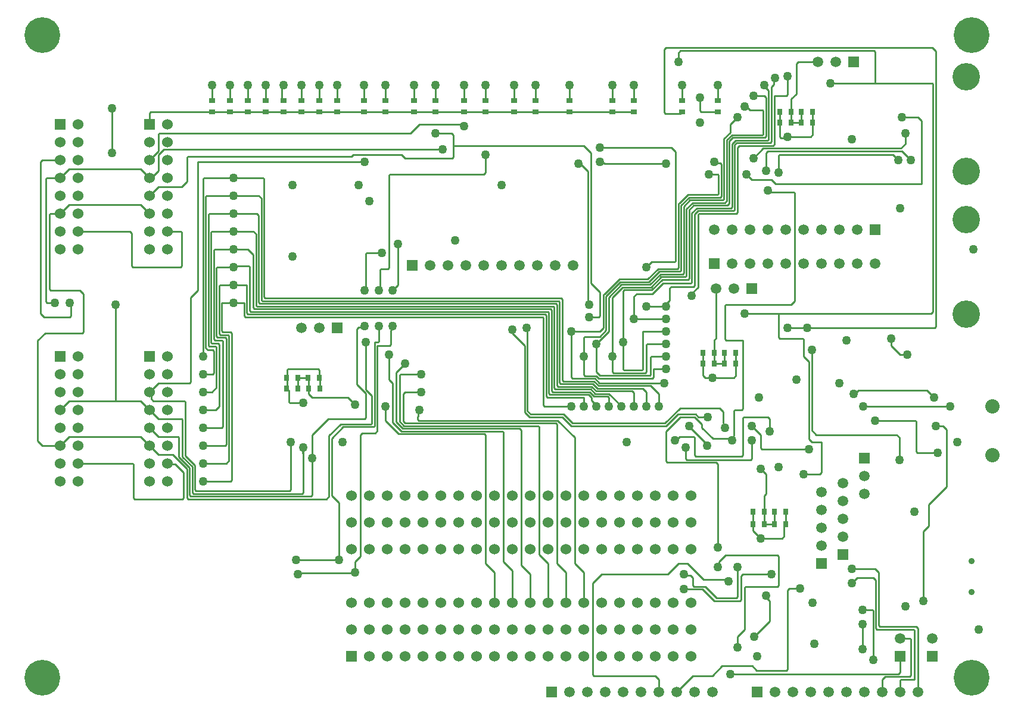
<source format=gbl>
G04*
G04 #@! TF.GenerationSoftware,Altium Limited,Altium Designer,22.3.1 (43)*
G04*
G04 Layer_Physical_Order=4*
G04 Layer_Color=16711680*
%FSLAX25Y25*%
%MOIN*%
G70*
G04*
G04 #@! TF.SameCoordinates,CC72978B-6F05-4AE3-AFEB-50B74E8C7AD0*
G04*
G04*
G04 #@! TF.FilePolarity,Positive*
G04*
G01*
G75*
%ADD13C,0.01000*%
%ADD26R,0.03150X0.03740*%
%ADD27R,0.03740X0.03150*%
%ADD61C,0.05906*%
%ADD62R,0.05906X0.05906*%
%ADD63C,0.06000*%
%ADD64R,0.06000X0.06000*%
%ADD65C,0.15354*%
%ADD66C,0.08000*%
%ADD67C,0.05906*%
%ADD68R,0.05906X0.05906*%
%ADD69R,0.05906X0.05906*%
%ADD70R,0.06000X0.06000*%
%ADD71C,0.03543*%
%ADD72R,0.05906X0.05906*%
%ADD73C,0.20000*%
%ADD74C,0.05000*%
D13*
X358000Y250000D02*
X361000Y253000D01*
X374500Y253586D02*
Y314500D01*
X361000Y253000D02*
X373914D01*
X374500Y253586D01*
X216000Y163000D02*
X221000Y158000D01*
X222464Y161000D02*
X297414D01*
X277414Y158000D02*
X278000Y157414D01*
X212000Y164000D02*
X219500Y156500D01*
X297414Y161000D02*
X298000Y160414D01*
X220000Y163464D02*
X222464Y161000D01*
X298000Y89000D02*
Y160414D01*
X223086Y162500D02*
X307379D01*
X268000Y84000D02*
Y155914D01*
X221843Y159500D02*
X286914D01*
X230586Y164000D02*
X308500D01*
X219500Y156500D02*
X267414D01*
X230000Y164586D02*
X230586Y164000D01*
X308500D02*
X318000Y154500D01*
X286914Y159500D02*
X288000Y158414D01*
X230000Y164586D02*
Y166086D01*
X221000Y158000D02*
X277414D01*
X307379Y162500D02*
X308000Y161879D01*
X222000Y163586D02*
X223086Y162500D01*
X218000Y163343D02*
X221843Y159500D01*
X267414Y156500D02*
X268000Y155914D01*
X278000Y85000D02*
Y157414D01*
X182000Y154000D02*
X188379Y160379D01*
X205414D01*
X388586Y336850D02*
X398000D01*
X388000Y337436D02*
X388586Y336850D01*
X388000Y337436D02*
Y345000D01*
X59000Y314000D02*
Y339000D01*
X35000Y305000D02*
X75000D01*
Y285000D02*
X80000Y280000D01*
X30000Y300000D02*
X35000Y305000D01*
Y285000D02*
X75000D01*
X30000Y280000D02*
X35000Y285000D01*
X75000Y305000D02*
X80000Y300000D01*
X81000D01*
X417000Y299000D02*
X428000D01*
X430414Y296586D02*
X512000D01*
X428000Y299000D02*
X430414Y296586D01*
X414000Y302000D02*
X417000Y299000D01*
X441000Y231000D02*
Y291414D01*
X440414Y292000D02*
X441000Y291414D01*
X426000Y292000D02*
X440414D01*
X402586Y229000D02*
X439000D01*
X402000Y228414D02*
X402586Y229000D01*
X402000Y209586D02*
Y228414D01*
X412000Y170586D02*
Y209000D01*
X402586D02*
X412000D01*
X402000Y209586D02*
X402586Y209000D01*
X407586Y170000D02*
X411414D01*
X407000Y155586D02*
Y169414D01*
X411414Y170000D02*
X412000Y170586D01*
X407000Y169414D02*
X407586Y170000D01*
X406000Y153000D02*
X406765Y153765D01*
Y155351D02*
X407000Y155586D01*
X406765Y153765D02*
Y155351D01*
X395235Y153765D02*
X405235D01*
X389000Y160000D02*
Y162000D01*
Y160000D02*
X395235Y153765D01*
X382000Y160500D02*
X392000Y150500D01*
X405235Y153765D02*
X406000Y153000D01*
X392000Y150000D02*
Y150500D01*
X439000Y229000D02*
X441000Y231000D01*
X88121Y316000D02*
X244000D01*
X327000Y241000D02*
Y314000D01*
X250000Y318000D02*
X323000D01*
X327000Y314000D01*
X250000Y318000D02*
Y324000D01*
Y311586D02*
Y318000D01*
X231000Y330000D02*
X256000D01*
Y329000D02*
Y330000D01*
X226000Y325000D02*
X231000Y330000D01*
X85000Y315000D02*
Y324414D01*
X85586Y325000D01*
X226000D01*
X80000Y310000D02*
X85000Y315000D01*
Y304000D02*
Y312879D01*
X88121Y316000D01*
X81000Y300000D02*
X85000Y304000D01*
X206000Y160965D02*
Y208000D01*
X207914D02*
X208500Y208586D01*
Y217000D01*
X206000Y208000D02*
X207914D01*
X133000Y222586D02*
X133586Y222000D01*
X300500Y172500D02*
Y221414D01*
X133586Y222000D02*
X299914D01*
X300500Y221414D01*
X133000Y222586D02*
Y230000D01*
X209586Y249000D02*
X213414D01*
X214000Y249586D01*
X214586Y302000D02*
X267000D01*
X214000Y301414D02*
X214586Y302000D01*
X214000Y249586D02*
Y301414D01*
X209000Y248414D02*
X209586Y249000D01*
X209000Y236862D02*
Y248414D01*
X215000Y217008D02*
X215235Y216773D01*
X215000Y214414D02*
X215235Y214649D01*
X215000Y206586D02*
Y214414D01*
X207500Y206000D02*
X214414D01*
X215235Y214649D02*
Y216773D01*
X214414Y206000D02*
X215000Y206586D01*
X219000Y240000D02*
Y263000D01*
X216000Y237000D02*
X219000Y240000D01*
X196000Y215136D02*
X197099Y216235D01*
X199735D01*
X200500Y217000D01*
X196000Y184172D02*
Y215136D01*
X200500Y237000D02*
X201000Y237500D01*
Y257414D01*
X267000Y302000D02*
X268000Y303000D01*
Y313000D01*
X207500Y158086D02*
Y206000D01*
X220000Y163464D02*
Y189414D01*
X222000Y163586D02*
Y179000D01*
X223000Y180000D01*
X232000D01*
X206414Y157000D02*
X207500Y158086D01*
X216000Y163000D02*
Y184826D01*
X218000Y163343D02*
Y191000D01*
X223000Y196000D01*
X214000Y186826D02*
Y201000D01*
X220586Y190000D02*
X232000D01*
X220000Y189414D02*
X220586Y190000D01*
X214000Y186826D02*
X216000Y184826D01*
X212000Y164000D02*
Y172000D01*
X230000Y166086D02*
X230235Y166320D01*
Y169235D02*
X231000Y170000D01*
X230235Y166320D02*
Y169235D01*
X203914Y162000D02*
X204500Y162586D01*
X201000Y181293D02*
X204500Y177793D01*
Y162586D02*
Y177793D01*
X205414Y160379D02*
X206000Y160965D01*
X187000Y162000D02*
X203914D01*
X180500Y155500D02*
X187000Y162000D01*
X199000Y157000D02*
X206414D01*
X182000Y122000D02*
Y154000D01*
X180500Y121500D02*
Y155500D01*
X186000Y86000D02*
Y118000D01*
X179000Y120000D02*
X180500Y121500D01*
X182000Y122000D02*
X186000Y118000D01*
X200414Y165000D02*
X201000Y165586D01*
X171000Y156000D02*
X180000Y165000D01*
X201000Y165586D02*
Y179172D01*
X180000Y165000D02*
X200414D01*
X198000Y156000D02*
X199000Y157000D01*
X195000Y85000D02*
X198000Y88000D01*
Y156000D01*
X240000Y325000D02*
X249000D01*
X249414Y311000D02*
X250000Y311586D01*
X223000Y311000D02*
X249414D01*
X249000Y325000D02*
X250000Y324000D01*
X221000Y313000D02*
X223000Y311000D01*
X194000Y313000D02*
X221000D01*
X193000Y312000D02*
X194000Y313000D01*
X101586Y312000D02*
X193000D01*
X101000Y298000D02*
Y311414D01*
X101586Y312000D01*
X107000Y237000D02*
Y308765D01*
X103000Y233000D02*
X107000Y237000D01*
X103000Y185586D02*
Y233000D01*
X107000Y308765D02*
X200235D01*
X98000Y295000D02*
X101000Y298000D01*
X102414Y185000D02*
X103000Y185586D01*
X85000Y295000D02*
X98000D01*
X80000Y290000D02*
X85000Y295000D01*
X327000Y241000D02*
X332000Y236000D01*
X326000Y222000D02*
X331414D01*
X332000Y222586D01*
Y236000D01*
X320000Y308000D02*
X321000D01*
X325500Y303500D01*
Y229500D02*
Y303500D01*
X291000Y216000D02*
X291500Y215500D01*
Y169207D02*
Y215500D01*
X290000Y168586D02*
Y206000D01*
X283000Y213000D02*
X290000Y206000D01*
X283000Y213000D02*
Y215000D01*
X291500Y169207D02*
X293207Y167500D01*
X311621D01*
X311000Y166000D02*
X316000Y161000D01*
X292586Y166000D02*
X311000D01*
X316000Y161000D02*
X369121D01*
X311621Y167500D02*
X316621Y162500D01*
X368500D01*
X290000Y168586D02*
X292586Y166000D01*
X369121Y161000D02*
X375621Y167500D01*
X369000Y158000D02*
X377000Y166000D01*
X385000D01*
X318000Y84000D02*
Y154500D01*
X308000Y84000D02*
Y161879D01*
Y84000D02*
X313000Y79000D01*
X387121Y166000D02*
X392343D01*
X385621Y167500D02*
X387121Y166000D01*
X377000Y171000D02*
X399000D01*
X368500Y162500D02*
X377000Y171000D01*
X375621Y167500D02*
X385621D01*
X401235Y160765D02*
Y162351D01*
X401000Y162586D02*
X401235Y162351D01*
X401000Y162586D02*
Y169000D01*
X399000Y171000D02*
X401000Y169000D01*
X401235Y160765D02*
X402000Y160000D01*
X385000Y166000D02*
X389000Y162000D01*
X382000Y160500D02*
Y161000D01*
X369000Y141086D02*
Y158000D01*
X318000Y84000D02*
X323000Y79000D01*
X380000Y142586D02*
Y149000D01*
Y142586D02*
X380586Y142000D01*
X384414Y155000D02*
X385000Y154414D01*
X411414Y144000D02*
X412000Y144586D01*
X417000Y142586D02*
Y153000D01*
X385586Y144000D02*
X411414D01*
X412000Y144586D02*
Y165414D01*
X416414Y142000D02*
X417000Y142586D01*
X397000Y140500D02*
X398000Y139500D01*
X380586Y142000D02*
X416414D01*
X385000Y144586D02*
X385586Y144000D01*
X369586Y140500D02*
X397000D01*
X369000Y141086D02*
X369586Y140500D01*
X398000Y93000D02*
Y139500D01*
X385000Y144586D02*
Y154414D01*
X325500Y229500D02*
X326000Y229000D01*
X332765Y308235D02*
X334351D01*
X334586Y308000D02*
X369000D01*
X334351Y308235D02*
X334586Y308000D01*
X332000Y309000D02*
X332765Y308235D01*
X332000Y317000D02*
X372000D01*
X374500Y314500D01*
X486000Y353000D02*
X517914D01*
X461000D02*
X486000D01*
X376000Y365000D02*
Y370000D01*
X485414Y371086D02*
X486000Y370500D01*
X377086Y371086D02*
X485414D01*
X376000Y370000D02*
X377086Y371086D01*
X486000Y353000D02*
Y370500D01*
X517914Y353000D02*
X518500Y352414D01*
Y225000D02*
Y352414D01*
X512000Y296586D02*
Y332000D01*
X501000Y334000D02*
X510000D01*
X512000Y332000D01*
X501000Y315000D02*
X506000Y310000D01*
X517500Y224000D02*
X518500Y225000D01*
X431414Y224000D02*
X517500D01*
X368000Y336586D02*
Y372000D01*
X369000Y373000D02*
X518000D01*
X368000Y372000D02*
X369000Y373000D01*
X520000Y216586D02*
Y371000D01*
X518000Y373000D02*
X520000Y371000D01*
X448000Y216000D02*
X519414D01*
X520000Y216586D01*
X377150Y336000D02*
X378000Y336850D01*
X368586Y336000D02*
X377150D01*
X368000Y336586D02*
X368586Y336000D01*
X432850Y322820D02*
Y337000D01*
Y322820D02*
X433436Y322235D01*
X436235D01*
X201586Y258000D02*
X211000D01*
X201000Y257414D02*
X201586Y258000D01*
X218414Y262414D02*
X219000Y263000D01*
X195000Y79000D02*
Y85000D01*
X201000Y181293D02*
Y208000D01*
X196000Y184172D02*
X201000Y179172D01*
X169000Y179000D02*
X171000Y177000D01*
X191000D02*
X195000Y173000D01*
X171000Y177000D02*
X191000D01*
X169000Y179000D02*
Y187850D01*
X171000Y143000D02*
Y156000D01*
X80000Y180000D02*
X85000Y185000D01*
X102414D01*
X323000Y189586D02*
Y200000D01*
X398000Y343150D02*
Y352000D01*
X378000Y343150D02*
Y352000D01*
X351000Y343150D02*
Y352000D01*
X339000Y343150D02*
Y352000D01*
X315000Y343150D02*
Y352000D01*
X296000Y343150D02*
Y352000D01*
X284000Y343150D02*
Y352000D01*
X268000Y343150D02*
Y352000D01*
X256000Y343150D02*
Y352000D01*
X240000Y343150D02*
Y352000D01*
X228000Y343150D02*
Y352000D01*
X212000Y343150D02*
Y352000D01*
X200000Y343150D02*
Y352000D01*
X442000Y347000D02*
Y364000D01*
X439150Y337000D02*
Y344150D01*
X442000Y347000D01*
X439000Y331150D02*
Y337000D01*
X442000Y364000D02*
X443000Y365000D01*
X454000D01*
X437000Y346586D02*
Y357000D01*
X429235Y355235D02*
X430000Y356000D01*
X429235Y352235D02*
Y355235D01*
X339000Y336850D02*
X351000D01*
X315000D02*
X339000D01*
X296000D02*
X315000D01*
X284000D02*
X296000D01*
X268000D02*
X284000D01*
X256000D02*
X268000D01*
X240000D02*
X256000D01*
X228000D02*
X240000D01*
X212000D02*
X228000D01*
X200000D02*
X212000D01*
X185000D02*
X200000D01*
X61000Y175000D02*
X75000D01*
X61000D02*
Y229000D01*
X35000Y175000D02*
X61000D01*
X20000Y150000D02*
X30000D01*
X17500Y152500D02*
X20000Y150000D01*
X17500Y152500D02*
Y208914D01*
X21586Y213000D01*
X42414D01*
X165672Y148672D02*
X166000Y149000D01*
X165672Y145672D02*
Y148672D01*
X42414Y213000D02*
X43000Y213586D01*
Y235000D01*
X24000Y237586D02*
X24586Y237000D01*
X41000D02*
X43000Y235000D01*
X24000Y237586D02*
Y279414D01*
X24586Y237000D02*
X41000D01*
X24000Y279414D02*
X24586Y280000D01*
X30000D01*
X22000Y230586D02*
Y299414D01*
X22586Y230000D02*
X27000D01*
X22000Y230586D02*
X22586Y230000D01*
X20000Y310000D02*
X30000D01*
X19000Y309000D02*
X20000Y310000D01*
X19000Y224000D02*
Y309000D01*
X22000Y299414D02*
X22586Y300000D01*
X30000D01*
X21000Y222000D02*
X35414D01*
X19000Y224000D02*
X21000Y222000D01*
X36000Y222586D02*
Y229500D01*
X35414Y222000D02*
X36000Y222586D01*
X35500Y230000D02*
X36000Y229500D01*
X175000Y336850D02*
X185000D01*
X165000D02*
X175000D01*
X155000D02*
X165000D01*
X145000D02*
X155000D01*
X135000D02*
X145000D01*
X125000D02*
X135000D01*
X115000D02*
X125000D01*
X80586D02*
X115000D01*
X80000Y330000D02*
Y336265D01*
X80586Y336850D01*
X141086Y230086D02*
X141672Y229500D01*
X308914Y231000D02*
X309500Y230414D01*
X141672Y229500D02*
X307414D01*
X139586Y228586D02*
X140172Y228000D01*
X144672Y232500D02*
X310414D01*
X304414Y226500D02*
X305000Y225914D01*
X310414Y232500D02*
X311000Y231914D01*
X138000Y227086D02*
X138586Y226500D01*
X306500Y182086D02*
Y227414D01*
X309500Y185086D02*
Y230414D01*
X302914Y225000D02*
X303500Y224414D01*
X142586Y231586D02*
X143172Y231000D01*
X307414Y229500D02*
X308000Y228914D01*
X136586Y225000D02*
X302914D01*
X143172Y231000D02*
X308914D01*
X140172Y228000D02*
X305914D01*
X144086Y233086D02*
Y299414D01*
X142586Y231586D02*
Y288414D01*
X301414Y223500D02*
X302000Y222914D01*
X311000Y186586D02*
Y231914D01*
X135086Y223500D02*
X301414D01*
X308000Y183586D02*
Y228914D01*
X302000Y177586D02*
Y222914D01*
X144086Y233086D02*
X144672Y232500D01*
X134500Y224086D02*
X135086Y223500D01*
X136000Y225586D02*
X136586Y225000D01*
X303500Y179086D02*
Y224414D01*
X305000Y180586D02*
Y225914D01*
X138586Y226500D02*
X304414D01*
X305914Y228000D02*
X306500Y227414D01*
X120500Y230000D02*
X127000D01*
X185000Y343150D02*
Y351000D01*
X175000Y343150D02*
Y352000D01*
X165000Y343150D02*
Y352000D01*
X154000Y344150D02*
X155000Y343150D01*
X154000Y344150D02*
Y352000D01*
X145000Y343150D02*
Y352000D01*
X135000Y343150D02*
Y352000D01*
X125000Y343150D02*
Y352000D01*
X115000Y343150D02*
Y352000D01*
X113250Y205543D02*
X116914D01*
X117500Y204957D01*
Y182500D02*
Y204957D01*
X113103Y205689D02*
X113250Y205543D01*
X113103Y205689D02*
Y206025D01*
X113000Y206129D02*
X113103Y206025D01*
X110586Y300000D02*
X127000D01*
X110000Y299414D02*
X110586Y300000D01*
X110000Y200000D02*
Y299414D01*
X111500Y289414D02*
X112086Y290000D01*
X127000D01*
X111500Y204586D02*
Y289414D01*
X113000Y279414D02*
X113586Y280000D01*
X127000D01*
X113000Y206129D02*
Y279414D01*
X114500Y269414D02*
X115086Y270000D01*
X127000D01*
X114500Y207672D02*
Y269414D01*
X116586Y260000D02*
X127000D01*
X116000Y209586D02*
X116586Y209000D01*
X116000Y259414D02*
X116586Y260000D01*
X117500Y249414D02*
X118086Y250000D01*
X116000Y209586D02*
Y259414D01*
X117500Y211086D02*
Y249414D01*
X118086Y250000D02*
X127000D01*
X117500Y211086D02*
X118086Y210500D01*
X122414D01*
X119586Y240000D02*
X127000D01*
X119000Y239414D02*
X119586Y240000D01*
X119000Y212586D02*
X119586Y212000D01*
X119000Y212586D02*
Y239414D01*
X115414Y203500D02*
X116000Y202914D01*
X112586Y203500D02*
X115414D01*
X111500Y204586D02*
X112586Y203500D01*
X115086Y207086D02*
X118414D01*
X114500Y207672D02*
X115086Y207086D01*
X118414D02*
X119000Y206500D01*
X127000Y300000D02*
X143500D01*
X144086Y299414D01*
X140000Y280000D02*
X141086Y278914D01*
Y230086D02*
Y278914D01*
X127000Y280000D02*
X140000D01*
X127000Y290000D02*
X141000D01*
X142586Y288414D01*
X139586Y228586D02*
Y268414D01*
X138000Y270000D02*
X139586Y268414D01*
X127000Y270000D02*
X138000D01*
X127657Y250657D02*
X135414D01*
X136000Y225586D02*
Y250071D01*
X135414Y250657D02*
X136000Y250071D01*
X135015Y260000D02*
X138000Y257015D01*
Y227086D02*
Y257015D01*
X127000Y250000D02*
X127657Y250657D01*
X127000Y240000D02*
X134500D01*
X127000Y230000D02*
X133000D01*
X134500Y224086D02*
Y240000D01*
X127000Y260000D02*
X135015D01*
X120500Y214086D02*
Y230000D01*
X332000Y214000D02*
X334000Y216000D01*
X316000Y214000D02*
X332000D01*
X334000Y216000D02*
Y234414D01*
X334586Y235000D01*
X334757D01*
X342939Y243182D02*
X358818D01*
X334757Y235000D02*
X342939Y243182D01*
X358818D02*
X364636Y249000D01*
X376000Y249586D02*
Y285414D01*
X375414Y249000D02*
X376000Y249586D01*
X364636Y249000D02*
X375414D01*
X376000Y285414D02*
X376586Y286000D01*
X376757D01*
X381257Y290500D01*
X397914D02*
X398500Y291086D01*
Y301414D01*
X381257Y290500D02*
X397914D01*
X379000Y284000D02*
X382500Y287500D01*
X377500Y284621D02*
X381879Y289000D01*
X399414D01*
X382500Y287500D02*
X400914D01*
X393000Y302000D02*
X397914D01*
X398500Y301414D01*
X335500Y214621D02*
Y233621D01*
X337000Y214000D02*
Y233000D01*
X330000Y207000D02*
X337000Y214000D01*
X323586Y211000D02*
X331879D01*
X335500Y214621D01*
X323000Y210414D02*
X323586Y211000D01*
X323000Y200000D02*
Y210414D01*
X337000Y233000D02*
X344061Y240061D01*
X343439Y241561D02*
X359318D01*
X335500Y233621D02*
X343439Y241561D01*
X344061Y240061D02*
X359939D01*
X339000Y232879D02*
X344682Y238561D01*
X360561D01*
X339000Y191132D02*
Y232879D01*
X376914Y247500D02*
X377500Y248086D01*
Y284621D01*
X365257Y247500D02*
X376914D01*
X359318Y241561D02*
X365257Y247500D01*
X379000Y246586D02*
Y284000D01*
X382000Y243586D02*
Y282000D01*
X380500Y282621D02*
X383879Y286000D01*
X382000Y282000D02*
X384500Y284500D01*
X380500Y245086D02*
Y282621D01*
X384500Y284500D02*
X403414D01*
X383879Y286000D02*
X401914D01*
X400000Y289586D02*
Y307649D01*
X399414Y289000D02*
X400000Y289586D01*
X399414Y308235D02*
X400000Y307649D01*
X396765Y308235D02*
X399414D01*
X396000Y309000D02*
X396765Y308235D01*
X414082Y340000D02*
X416082Y338000D01*
X413000Y340000D02*
X414082D01*
X416082Y338000D02*
X422914D01*
X423500Y337414D01*
X404879Y329879D02*
X409000Y334000D01*
X404879Y325121D02*
Y329879D01*
X400914Y287500D02*
X401500Y288086D01*
Y321743D01*
X404879Y325121D01*
X406914Y281500D02*
X407500Y282086D01*
X410000Y318000D02*
X429000D01*
X403000Y321121D02*
X405879Y324000D01*
X404500Y320500D02*
X406500Y322500D01*
X406000Y319000D02*
X408000Y321000D01*
X407500Y318379D02*
X408621Y319500D01*
X403000Y287086D02*
Y321121D01*
X404500Y285586D02*
Y320500D01*
X409000Y280586D02*
Y317000D01*
X407500Y282086D02*
Y318379D01*
X406500Y322500D02*
X424414D01*
X406000Y283586D02*
Y319000D01*
X409000Y317000D02*
X410000Y318000D01*
X405414Y283000D02*
X406000Y283586D01*
X405879Y324000D02*
X422914D01*
X408000Y321000D02*
X425914D01*
X408621Y319500D02*
X427414D01*
X408414Y280000D02*
X409000Y280586D01*
X378414Y246000D02*
X379000Y246586D01*
X365879Y246000D02*
X378414D01*
X359939Y240061D02*
X365879Y246000D01*
X345000Y208000D02*
Y236475D01*
Y192632D02*
Y208000D01*
Y236475D02*
X345586Y237061D01*
X361182D01*
X367121Y243000D01*
X352586Y235000D02*
X361243D01*
X360561Y238561D02*
X366500Y244500D01*
X379914D02*
X380500Y245086D01*
X366500Y244500D02*
X379914D01*
X367243Y241000D02*
X382914D01*
X367121Y243000D02*
X381414D01*
X361243Y235000D02*
X367243Y241000D01*
X381414Y243000D02*
X382000Y243586D01*
X403414Y284500D02*
X404500Y285586D01*
X401914Y286000D02*
X403000Y287086D01*
X422914Y324000D02*
X423500Y324586D01*
Y337414D01*
X418000Y346000D02*
X424000D01*
X425000Y345000D01*
Y323086D02*
Y345000D01*
X424414Y322500D02*
X425000Y323086D01*
X383500Y280157D02*
X386343Y283000D01*
X387000Y238539D02*
Y279414D01*
X387586Y280000D01*
X386965Y281500D02*
X406914D01*
X386343Y283000D02*
X405414D01*
X387586Y280000D02*
X408414D01*
X385000Y279536D02*
X386965Y281500D01*
X351000Y221000D02*
Y233414D01*
X352586Y235000D01*
X382914Y241000D02*
X383500Y241586D01*
Y280157D01*
X372000Y239000D02*
X384414D01*
X385000Y239586D01*
Y279536D01*
X383500Y235039D02*
X387000Y238539D01*
X425914Y321000D02*
X426500Y321586D01*
Y348843D01*
X424000Y351343D02*
Y352000D01*
Y351343D02*
X426500Y348843D01*
X428000Y320086D02*
Y351000D01*
X371180Y231262D02*
Y238180D01*
X369000Y228000D02*
Y229082D01*
X371180Y231262D01*
Y238180D02*
X372000Y239000D01*
X427414Y319500D02*
X428000Y320086D01*
X429768Y318768D02*
Y346000D01*
X436414D01*
X428000Y351000D02*
X429235Y352235D01*
X383500Y234000D02*
Y235039D01*
X429000Y318000D02*
X429768Y318768D01*
X436414Y346000D02*
X437000Y346586D01*
X418000Y311000D02*
X423500Y316500D01*
X500500D01*
X496000Y313000D02*
X499000Y310000D01*
X432000Y312414D02*
X432586Y313000D01*
X426000Y315000D02*
X501000D01*
X432000Y303000D02*
Y312414D01*
X500500Y316500D02*
X503000Y319000D01*
X425000Y314000D02*
X426000Y315000D01*
X432586Y313000D02*
X496000D01*
X425000Y304000D02*
Y314000D01*
X503000Y319000D02*
Y325000D01*
X451150Y324150D02*
Y337000D01*
X450000Y323000D02*
X451150Y324150D01*
X437000Y323000D02*
X450000D01*
X444850Y331000D02*
Y337000D01*
X439150Y331000D02*
X444850D01*
X439000Y331150D02*
X439150Y331000D01*
X436235Y322235D02*
X437000Y323000D01*
X432000Y71586D02*
Y87828D01*
X409000Y43000D02*
X413000Y47000D01*
Y70414D02*
X413586Y71000D01*
X431414D02*
X432000Y71586D01*
X413000Y47000D02*
Y70414D01*
X413586Y71000D02*
X431414D01*
X402414Y88414D02*
X431414D01*
X432000Y87828D01*
X425000Y64918D02*
Y66000D01*
X418500Y43000D02*
X427000Y51500D01*
Y62918D01*
X425000Y64918D02*
X427000Y62918D01*
X411000Y63586D02*
Y77000D01*
X412000Y78000D01*
X428000D01*
X396000Y63000D02*
X410414D01*
X411000Y63586D01*
X401649Y74765D02*
X403235D01*
X390000Y75000D02*
X401414D01*
X381000Y84000D02*
X390000Y75000D01*
X403235Y74765D02*
X404000Y74000D01*
X401414Y75000D02*
X401649Y74765D01*
X398765Y82765D02*
Y84765D01*
X402414Y88414D01*
X398000Y82000D02*
X398765Y82765D01*
X409000Y65086D02*
Y82000D01*
X408414Y64500D02*
X409000Y65086D01*
X397500Y64500D02*
X408414D01*
X391000Y71000D02*
X397500Y64500D01*
X384000Y71586D02*
X384586Y71000D01*
X384000Y71586D02*
Y76000D01*
X384586Y71000D02*
X391000D01*
X389500Y69500D02*
X396000Y63000D01*
X379000Y69500D02*
X389500D01*
X379765Y77235D02*
X382765D01*
X379000Y78000D02*
X379765Y77235D01*
X382765D02*
X384000Y76000D01*
X456000Y135000D02*
Y152000D01*
X455000Y134000D02*
X456000Y135000D01*
X446000Y134000D02*
X455000D01*
X450586Y152000D02*
X456000D01*
X425000Y122850D02*
Y134000D01*
X422000Y137000D02*
X425000Y134000D01*
X424150Y122000D02*
X425000Y122850D01*
X370000Y78000D02*
X376000Y84000D01*
X381000D01*
X365061Y16061D02*
Y18939D01*
X363000Y21000D02*
X365061Y18939D01*
X365000Y12000D02*
Y16000D01*
X365061Y16061D01*
X328000Y21586D02*
X328586Y21000D01*
X328000Y21586D02*
Y73000D01*
X328586Y21000D02*
X363000D01*
X328000Y73000D02*
X333000Y78000D01*
X370000D01*
X473000Y81000D02*
X486000D01*
X473000Y73000D02*
X476000Y76000D01*
X376586Y155000D02*
X384414D01*
X374586Y153000D02*
X376586Y155000D01*
X374000Y153000D02*
X374586D01*
X395000Y21000D02*
X400500Y26500D01*
X417207D01*
X419707Y24000D01*
X412000Y165414D02*
X412586Y166000D01*
X426000D01*
X427000Y165000D01*
Y158000D02*
Y165000D01*
X417000Y161000D02*
X422000Y156000D01*
Y148586D02*
Y156000D01*
Y148586D02*
X422586Y148000D01*
X449000D01*
X446000Y200000D02*
X449086Y196914D01*
X446000Y200000D02*
Y209414D01*
X445414Y210000D02*
X446000Y209414D01*
X450586Y158414D02*
X453000Y156000D01*
X449086Y153500D02*
Y196914D01*
Y153500D02*
X450586Y152000D01*
Y158414D02*
Y203559D01*
X432586Y210000D02*
X445414D01*
X431414Y224000D02*
X432000Y223414D01*
Y210586D02*
Y223414D01*
Y210586D02*
X432586Y210000D01*
X413000Y224000D02*
X431414D01*
X486000Y164000D02*
X508414D01*
X509000Y146586D02*
Y163414D01*
X508414Y164000D02*
X509000Y163414D01*
X498172Y156000D02*
X499586Y154586D01*
X453000Y156000D02*
X498172D01*
X499586Y141808D02*
Y154586D01*
X495000Y206000D02*
Y210000D01*
Y206000D02*
X500000Y201000D01*
X504000D01*
X437000Y216000D02*
X448000D01*
X327485Y183000D02*
X329985Y180500D01*
X330000Y172000D02*
Y172513D01*
X328743Y177500D02*
X336414D01*
X337000Y176914D01*
X327428Y175085D02*
Y176693D01*
X330607Y182000D02*
X356000D01*
X328107Y184500D02*
X330607Y182000D01*
X337000Y172000D02*
Y176914D01*
X344000Y172000D02*
Y172036D01*
X329364Y179000D02*
X337035D01*
X327428Y175085D02*
X330000Y172513D01*
X350136Y180500D02*
X351000Y179636D01*
X326243Y180000D02*
X328743Y177500D01*
X328728Y186000D02*
X331228Y183500D01*
X360379D01*
X331849Y185000D02*
X368000D01*
X337035Y179000D02*
X344000Y172036D01*
X329985Y180500D02*
X350136D01*
X356000Y182000D02*
X358000Y180000D01*
X325621Y178500D02*
X327428Y176693D01*
X329349Y187500D02*
X331849Y185000D01*
X326864Y181500D02*
X329364Y179000D01*
X360379Y183500D02*
X365000Y178879D01*
X396150Y202000D02*
Y209150D01*
Y196000D02*
Y202000D01*
X397000Y210000D02*
Y238000D01*
X396150Y209150D02*
X397000Y210000D01*
X401701Y196000D02*
Y201850D01*
X401850Y202000D01*
X396150Y196000D02*
X401701D01*
X395000Y188000D02*
X407000D01*
X391000D02*
X395000D01*
X389850Y189150D02*
X391000Y188000D01*
X389850Y189150D02*
Y202000D01*
X408150Y189150D02*
Y202000D01*
X407000Y188000D02*
X408150Y189150D01*
X389000Y201150D02*
X389850Y202000D01*
X356000Y214000D02*
X369000D01*
X345000Y192632D02*
X345586Y192046D01*
X355414D01*
X356000Y192632D01*
Y214000D01*
X358586Y207000D02*
X369000D01*
X358000Y206414D02*
X358586Y207000D01*
X358000Y192000D02*
Y206414D01*
X357454Y190546D02*
X358040Y191132D01*
Y191960D01*
X339586Y190546D02*
X357454D01*
X358000Y192000D02*
X358040Y191960D01*
X339000Y191132D02*
X339586Y190546D01*
X331471Y187500D02*
X361414D01*
X359914Y189046D02*
X360500Y189632D01*
X305586Y180000D02*
X326243D01*
X332046Y189046D02*
X359914D01*
X307086Y181500D02*
X326864D01*
X304086Y178500D02*
X325621D01*
X351000Y172000D02*
Y179636D01*
X358000Y172000D02*
Y180000D01*
X329971Y189000D02*
X331471Y187500D01*
X308586Y183000D02*
X327485D01*
X310086Y184500D02*
X328107D01*
X330592Y190500D02*
X332046Y189046D01*
X361414Y187500D02*
X362000Y188086D01*
X361086Y200000D02*
X369000D01*
X360500Y199414D02*
X361086Y200000D01*
X360500Y189632D02*
Y199414D01*
X362000Y188086D02*
Y193000D01*
X369000D01*
X330000Y191086D02*
Y207000D01*
Y191086D02*
X330586Y190500D01*
X330592D01*
X323000Y189586D02*
X323586Y189000D01*
X329971D01*
X316000Y188086D02*
Y214000D01*
Y188086D02*
X316586Y187500D01*
X329349D01*
X311586Y186000D02*
X328728D01*
X311000Y186586D02*
X311586Y186000D01*
X309500Y185086D02*
X310086Y184500D01*
X323000Y172000D02*
Y177000D01*
X302586D02*
X323000D01*
X308000Y183586D02*
X308586Y183000D01*
X306500Y182086D02*
X307086Y181500D01*
X305000Y180586D02*
X305586Y180000D01*
X300414Y172414D02*
X300500Y172500D01*
X300914Y171914D02*
X315914D01*
X300414Y172414D02*
X300914Y171914D01*
X303500Y179086D02*
X304086Y178500D01*
X302000Y177586D02*
X302586Y177000D01*
X315914Y171914D02*
X316000Y172000D01*
X351000Y221000D02*
X369000D01*
X358000Y228000D02*
X369000D01*
X365000Y172000D02*
Y178879D01*
X424150Y113000D02*
Y122000D01*
Y106000D02*
Y113000D01*
X409000Y37000D02*
Y43000D01*
X194500Y78500D02*
X195000Y79000D01*
X163500Y78500D02*
X194500D01*
X163000Y78000D02*
X163500Y78500D01*
X438000Y70000D02*
X444000D01*
X437000Y69000D02*
X438000Y70000D01*
X162000Y86000D02*
X186000D01*
X384000Y21000D02*
X395000D01*
X375000Y12000D02*
X384000Y21000D01*
X419707Y24000D02*
X436414D01*
X437000Y24586D02*
Y69000D01*
X436414Y24000D02*
X437000Y24586D01*
X405000Y22000D02*
X499000D01*
X509586Y146000D02*
X521000D01*
X509000Y146586D02*
X509586Y146000D01*
X507414Y47000D02*
X508000Y46414D01*
X487086Y47000D02*
X507414D01*
X486500Y47586D02*
Y74500D01*
X508914Y48500D02*
X510000Y47414D01*
X486500Y47586D02*
X487086Y47000D01*
X488707Y48500D02*
X508914D01*
X488121Y49086D02*
X488707Y48500D01*
X488121Y49086D02*
Y78879D01*
X508000Y19000D02*
Y46414D01*
X510000Y12000D02*
Y47414D01*
X486000Y81000D02*
X488121Y78879D01*
X476000Y76000D02*
X485000D01*
X516000Y117000D02*
X526000Y127000D01*
Y159000D01*
X520000Y161000D02*
X524000D01*
X526000Y159000D01*
X479414Y172000D02*
X528000D01*
X516000Y105000D02*
Y117000D01*
X513000Y102000D02*
X516000Y105000D01*
X513000Y63000D02*
Y102000D01*
X500586Y19000D02*
X508000D01*
X485000Y76000D02*
X486500Y74500D01*
X485000Y30000D02*
Y57414D01*
X484414Y58000D02*
X485000Y57414D01*
X479000Y58000D02*
X484414D01*
X506000Y21086D02*
Y41414D01*
X505414Y42000D02*
X506000Y41414D01*
X505414Y20500D02*
X506000Y21086D01*
X500000Y42000D02*
X505414D01*
X474000Y179000D02*
X474586D01*
X476586Y181000D02*
X515000D01*
X519000Y177000D01*
X474586Y179000D02*
X476586Y181000D01*
X110000Y130000D02*
X125414D01*
X126000Y130586D02*
Y212914D01*
X125414Y130000D02*
X126000Y130586D01*
X124500Y141500D02*
Y211414D01*
X123000Y140000D02*
X124500Y141500D01*
X125414Y213500D02*
X126000Y212914D01*
X121086Y213500D02*
X125414D01*
X120500Y214086D02*
X121086Y213500D01*
X119586Y212000D02*
X123914D01*
X124500Y211414D01*
X123000Y150586D02*
Y209914D01*
X122414Y150000D02*
X123000Y150586D01*
X122414Y210500D02*
X123000Y209914D01*
X110000Y150000D02*
X122414D01*
X110000Y140000D02*
X123000D01*
X159000Y125086D02*
Y152000D01*
X158414Y124500D02*
X159000Y125086D01*
X106086Y124500D02*
X158414D01*
X105500Y125086D02*
Y138743D01*
Y125086D02*
X106086Y124500D01*
X100000Y144243D02*
X105500Y138743D01*
X102500Y122086D02*
X103086Y121500D01*
X98500Y143621D02*
X104000Y138121D01*
Y123586D02*
Y138121D01*
X92879Y145000D02*
X101000Y136879D01*
X96500Y143500D02*
X102500Y137500D01*
X101000Y120586D02*
Y136879D01*
X102500Y122086D02*
Y137500D01*
X101000Y120586D02*
X101586Y120000D01*
X104000Y123586D02*
X104586Y123000D01*
X100000Y144243D02*
Y174414D01*
X166000Y123586D02*
Y149000D01*
X165414Y123000D02*
X166000Y123586D01*
X104586Y123000D02*
X165414D01*
X98500Y143621D02*
Y164414D01*
X103086Y121500D02*
X170414D01*
X85000Y145000D02*
X92879D01*
X171000Y122086D02*
Y143000D01*
X170414Y121500D02*
X171000Y122086D01*
X101586Y120000D02*
X179000D01*
X116586Y209000D02*
X120414D01*
X121000Y208414D01*
X119000Y172000D02*
Y206500D01*
X121000Y160586D02*
Y208414D01*
X120414Y160000D02*
X121000Y160586D01*
X110000Y160000D02*
X120414D01*
X117000Y170000D02*
X119000Y172000D01*
X110000Y170000D02*
X117000D01*
X110000Y190000D02*
X115414D01*
X116000Y190586D02*
Y202914D01*
X115414Y190000D02*
X116000Y190586D01*
X115000Y180000D02*
X117500Y182500D01*
X110000Y180000D02*
X115000D01*
X98000Y250586D02*
Y269414D01*
X90000Y270000D02*
X97414D01*
X70586Y250000D02*
X97414D01*
X98000Y250586D01*
X97414Y270000D02*
X98000Y269414D01*
X490000Y18914D02*
X491586Y20500D01*
X505414D01*
X500000Y12000D02*
Y18414D01*
X500586Y19000D01*
X490000Y12000D02*
Y18914D01*
X163150Y182000D02*
Y188000D01*
X168850D01*
X169000Y187850D01*
X424150Y106000D02*
X429850D01*
Y112850D01*
X429701Y113000D02*
X429850Y112850D01*
X479000Y36000D02*
Y50000D01*
X499000Y22000D02*
X500000Y23000D01*
Y32000D01*
X422000Y98000D02*
X434000D01*
X435075Y99075D01*
Y104925D02*
X436150Y106000D01*
X435075Y99075D02*
Y104925D01*
X436000Y106150D02*
Y113000D01*
Y106150D02*
X436150Y106000D01*
X417850D02*
Y113000D01*
Y102150D02*
Y106000D01*
Y102150D02*
X422000Y98000D01*
X99000Y120586D02*
Y135000D01*
X90000Y140000D02*
X90500Y139500D01*
X94500D01*
X99000Y135000D01*
X96500Y143500D02*
Y154414D01*
X80000Y150000D02*
X85000Y145000D01*
X273000Y62000D02*
Y79000D01*
X268000Y84000D02*
X273000Y79000D01*
X283000Y62000D02*
Y80000D01*
X278000Y85000D02*
X283000Y80000D01*
X323000Y62000D02*
Y79000D01*
X313000Y62000D02*
Y79000D01*
X288000Y83000D02*
Y158414D01*
X298000Y89000D02*
X303000Y84000D01*
Y62000D02*
Y84000D01*
X293000Y62000D02*
Y78000D01*
X288000Y83000D02*
X293000Y78000D01*
X97914Y165000D02*
X98500Y164414D01*
X85000Y165000D02*
X97914D01*
X99414Y175000D02*
X100000Y174414D01*
X82000Y175000D02*
X99414D01*
X80000Y170000D02*
X85000Y165000D01*
Y155000D02*
X95914D01*
X96500Y154414D01*
X80000Y160000D02*
X85000Y155000D01*
X157000Y182150D02*
Y192414D01*
X158511Y174000D02*
X166000D01*
X157925Y174586D02*
Y180925D01*
Y174586D02*
X158511Y174000D01*
X156850Y182000D02*
X157925Y180925D01*
X156850Y182000D02*
X157000Y182150D01*
X157586Y193000D02*
X174299D01*
X157000Y192414D02*
X157586Y193000D01*
X174299D02*
X175150Y192150D01*
Y188000D02*
Y192150D01*
Y188000D02*
X175299Y187850D01*
Y182000D02*
Y187850D01*
X80957Y176043D02*
X82000Y175000D01*
X80000Y180000D02*
X80957Y179043D01*
Y176043D02*
Y179043D01*
X75000Y175000D02*
X80000Y170000D01*
X30000D02*
X35000Y175000D01*
X75000Y155000D02*
X80000Y150000D01*
X35000Y155000D02*
X75000D01*
X30000Y150000D02*
X35000Y155000D01*
X98414Y120000D02*
X99000Y120586D01*
X71586Y120000D02*
X98414D01*
X71000Y120586D02*
X71586Y120000D01*
X71000Y120586D02*
Y139414D01*
X70414Y140000D02*
X71000Y139414D01*
X40000Y140000D02*
X70414D01*
X70000Y250586D02*
X70586Y250000D01*
X70000Y250586D02*
Y269000D01*
X69000Y270000D02*
X70000Y269000D01*
X40000Y270000D02*
X69000D01*
D26*
X175299Y182000D02*
D03*
X169000D02*
D03*
X175150Y188000D02*
D03*
X168850D02*
D03*
X156850D02*
D03*
X163150D02*
D03*
X439150Y337000D02*
D03*
X432850D02*
D03*
X436000Y113000D02*
D03*
X429701D02*
D03*
X439150Y331000D02*
D03*
X432850D02*
D03*
X417850Y106000D02*
D03*
X424150D02*
D03*
X417850Y113000D02*
D03*
X424150D02*
D03*
X396150Y196000D02*
D03*
X389850D02*
D03*
X401850Y202000D02*
D03*
X408150D02*
D03*
X444850Y337000D02*
D03*
X451150D02*
D03*
X444850Y331000D02*
D03*
X451150D02*
D03*
X436150Y106000D02*
D03*
X429850D02*
D03*
X396150Y202000D02*
D03*
X389850D02*
D03*
X401701Y196000D02*
D03*
X408000D02*
D03*
X156850Y182000D02*
D03*
X163150D02*
D03*
D27*
X351000Y343150D02*
D03*
Y336850D02*
D03*
X135000Y343150D02*
D03*
Y336850D02*
D03*
X398000Y343150D02*
D03*
Y336850D02*
D03*
X296000Y343150D02*
D03*
Y336850D02*
D03*
X284000Y343150D02*
D03*
Y336850D02*
D03*
X378000Y343150D02*
D03*
Y336850D02*
D03*
X175000Y343150D02*
D03*
Y336850D02*
D03*
X315000Y343150D02*
D03*
Y336850D02*
D03*
X200000Y343150D02*
D03*
Y336850D02*
D03*
X165000Y343150D02*
D03*
Y336850D02*
D03*
X240000Y343150D02*
D03*
Y336850D02*
D03*
X115000Y343150D02*
D03*
Y336850D02*
D03*
X145000Y343150D02*
D03*
Y336850D02*
D03*
X256000Y343150D02*
D03*
Y336850D02*
D03*
X155000Y343150D02*
D03*
Y336850D02*
D03*
X125000Y343150D02*
D03*
Y336850D02*
D03*
X212000Y343150D02*
D03*
Y336850D02*
D03*
X228000Y343150D02*
D03*
Y336850D02*
D03*
X268000Y343150D02*
D03*
Y336850D02*
D03*
X185000Y343150D02*
D03*
Y336850D02*
D03*
X339000Y343150D02*
D03*
Y336850D02*
D03*
D61*
X500000Y42000D02*
D03*
X518000D02*
D03*
X395000Y12000D02*
D03*
X345000D02*
D03*
X385000D02*
D03*
X335000D02*
D03*
X375000D02*
D03*
X325000D02*
D03*
X365000D02*
D03*
X315000D02*
D03*
X355000D02*
D03*
X510000Y12000D02*
D03*
X460000D02*
D03*
X500000D02*
D03*
X450000D02*
D03*
X490000D02*
D03*
X440000D02*
D03*
X480000D02*
D03*
X430000D02*
D03*
X470000D02*
D03*
X456000Y124000D02*
D03*
Y114000D02*
D03*
Y104000D02*
D03*
Y94000D02*
D03*
X396000Y271000D02*
D03*
X446000D02*
D03*
X406000D02*
D03*
X456000D02*
D03*
X416000D02*
D03*
X466000D02*
D03*
X426000D02*
D03*
X476000D02*
D03*
X436000D02*
D03*
X486000Y252000D02*
D03*
X436000D02*
D03*
X476000D02*
D03*
X426000D02*
D03*
X466000D02*
D03*
X416000D02*
D03*
X456000D02*
D03*
X406000D02*
D03*
X446000D02*
D03*
X317000Y251000D02*
D03*
X267000D02*
D03*
X307000D02*
D03*
X257000D02*
D03*
X297000D02*
D03*
X247000D02*
D03*
X287000D02*
D03*
X237000D02*
D03*
X277000D02*
D03*
X468000Y99000D02*
D03*
Y109000D02*
D03*
Y119000D02*
D03*
Y129000D02*
D03*
D62*
X500000Y32000D02*
D03*
X518000D02*
D03*
X305000Y12000D02*
D03*
X420000Y12000D02*
D03*
X486000Y271000D02*
D03*
X396000Y252000D02*
D03*
X227000Y251000D02*
D03*
D63*
X80000Y190000D02*
D03*
X90000Y200000D02*
D03*
X80000Y180000D02*
D03*
Y170000D02*
D03*
Y160000D02*
D03*
Y150000D02*
D03*
X90000Y190000D02*
D03*
Y180000D02*
D03*
Y170000D02*
D03*
Y160000D02*
D03*
Y150000D02*
D03*
Y140000D02*
D03*
Y130000D02*
D03*
X80000Y140000D02*
D03*
Y130000D02*
D03*
X30000Y190000D02*
D03*
X40000Y200000D02*
D03*
X30000Y180000D02*
D03*
Y170000D02*
D03*
Y160000D02*
D03*
Y150000D02*
D03*
X40000Y190000D02*
D03*
Y180000D02*
D03*
Y170000D02*
D03*
Y160000D02*
D03*
Y150000D02*
D03*
Y140000D02*
D03*
Y130000D02*
D03*
X30000Y140000D02*
D03*
Y130000D02*
D03*
Y320000D02*
D03*
X40000Y330000D02*
D03*
X30000Y310000D02*
D03*
Y300000D02*
D03*
Y290000D02*
D03*
Y280000D02*
D03*
X40000Y320000D02*
D03*
Y310000D02*
D03*
Y300000D02*
D03*
Y290000D02*
D03*
Y280000D02*
D03*
Y270000D02*
D03*
Y260000D02*
D03*
X30000D02*
D03*
Y270000D02*
D03*
X80000Y260000D02*
D03*
Y270000D02*
D03*
X90000Y260000D02*
D03*
Y270000D02*
D03*
Y280000D02*
D03*
Y290000D02*
D03*
Y300000D02*
D03*
Y310000D02*
D03*
Y320000D02*
D03*
X80000Y280000D02*
D03*
Y290000D02*
D03*
Y300000D02*
D03*
Y310000D02*
D03*
X90000Y330000D02*
D03*
X80000Y320000D02*
D03*
X193000Y92000D02*
D03*
X203000D02*
D03*
X213000D02*
D03*
X223000D02*
D03*
X233000D02*
D03*
X243000D02*
D03*
X253000D02*
D03*
X263000D02*
D03*
X273000D02*
D03*
X283000D02*
D03*
X293000D02*
D03*
X303000D02*
D03*
X313000D02*
D03*
X323000D02*
D03*
X333000D02*
D03*
X343000D02*
D03*
X193000Y62000D02*
D03*
X203000D02*
D03*
X213000D02*
D03*
X223000D02*
D03*
X233000D02*
D03*
X243000D02*
D03*
X253000D02*
D03*
X263000D02*
D03*
X273000D02*
D03*
X283000D02*
D03*
X293000D02*
D03*
X303000D02*
D03*
X313000D02*
D03*
X323000D02*
D03*
X333000D02*
D03*
X343000D02*
D03*
X353000D02*
D03*
X363000D02*
D03*
X373000D02*
D03*
X203000Y32000D02*
D03*
X213000D02*
D03*
X223000D02*
D03*
X233000D02*
D03*
X243000D02*
D03*
X253000D02*
D03*
X263000D02*
D03*
X273000D02*
D03*
X283000D02*
D03*
X293000D02*
D03*
X303000D02*
D03*
X313000D02*
D03*
X323000D02*
D03*
X333000D02*
D03*
X343000D02*
D03*
X353000D02*
D03*
X363000D02*
D03*
X233000Y122000D02*
D03*
X243000D02*
D03*
X253000D02*
D03*
X263000D02*
D03*
X273000D02*
D03*
X283000D02*
D03*
X293000D02*
D03*
X313000D02*
D03*
X323000D02*
D03*
X333000D02*
D03*
X343000D02*
D03*
X363000D02*
D03*
X373000D02*
D03*
X383000D02*
D03*
X373000Y32000D02*
D03*
X223000Y122000D02*
D03*
X213000D02*
D03*
X203000D02*
D03*
X193000D02*
D03*
X383000Y32000D02*
D03*
X193000Y47000D02*
D03*
X203000D02*
D03*
X213000D02*
D03*
X223000D02*
D03*
X233000D02*
D03*
X243000D02*
D03*
X253000D02*
D03*
X263000D02*
D03*
X273000D02*
D03*
X283000D02*
D03*
X293000D02*
D03*
X303000D02*
D03*
X313000D02*
D03*
X323000D02*
D03*
X333000D02*
D03*
X343000D02*
D03*
X353000D02*
D03*
X363000D02*
D03*
X373000D02*
D03*
X383000D02*
D03*
X193000Y107000D02*
D03*
X203000D02*
D03*
X213000D02*
D03*
X223000D02*
D03*
X233000D02*
D03*
X243000D02*
D03*
X253000D02*
D03*
X263000D02*
D03*
X273000D02*
D03*
X283000D02*
D03*
X293000D02*
D03*
X303000D02*
D03*
X313000D02*
D03*
X323000D02*
D03*
X333000D02*
D03*
X343000D02*
D03*
X353000D02*
D03*
X363000D02*
D03*
X373000D02*
D03*
X383000D02*
D03*
X303000Y122000D02*
D03*
X353000D02*
D03*
X383000Y92000D02*
D03*
X373000D02*
D03*
X383000Y62000D02*
D03*
X353000Y92000D02*
D03*
X363000D02*
D03*
D64*
X80000Y200000D02*
D03*
X30000D02*
D03*
Y330000D02*
D03*
X80000D02*
D03*
D65*
X536929Y356378D02*
D03*
Y303622D02*
D03*
Y276378D02*
D03*
Y223622D02*
D03*
D66*
X551848Y144500D02*
D03*
Y172000D02*
D03*
D67*
X175000Y216000D02*
D03*
X165000D02*
D03*
X464000Y365000D02*
D03*
X454000D02*
D03*
X397000Y238000D02*
D03*
X407000D02*
D03*
X480000Y123000D02*
D03*
Y133000D02*
D03*
D68*
X185000Y216000D02*
D03*
X474000Y365000D02*
D03*
X417000Y238000D02*
D03*
D69*
X456000Y84000D02*
D03*
X468000Y89000D02*
D03*
D70*
X193000Y32000D02*
D03*
D71*
X540000Y85323D02*
D03*
Y68000D02*
D03*
D72*
X480000Y143000D02*
D03*
D73*
X540000Y380000D02*
D03*
X20000D02*
D03*
X540000Y20000D02*
D03*
X20000D02*
D03*
D74*
X388000Y345000D02*
D03*
X59000Y314000D02*
D03*
Y339000D02*
D03*
X426000Y293000D02*
D03*
X392000Y150000D02*
D03*
X244000Y316000D02*
D03*
X256000Y329000D02*
D03*
X208500Y217000D02*
D03*
X200500D02*
D03*
X208500Y237000D02*
D03*
X200500D02*
D03*
X268000Y313000D02*
D03*
X212000Y172000D02*
D03*
X216000Y217000D02*
D03*
X214000Y201000D02*
D03*
X223000Y196000D02*
D03*
X231000Y170000D02*
D03*
X232000Y180000D02*
D03*
Y190000D02*
D03*
X320000Y308000D02*
D03*
X240000Y325000D02*
D03*
X326000Y222000D02*
D03*
X291000Y216000D02*
D03*
X283000Y215000D02*
D03*
X402000Y160000D02*
D03*
X382000Y161000D02*
D03*
X392500Y166000D02*
D03*
X406000Y153000D02*
D03*
X326000Y229000D02*
D03*
X369000Y308000D02*
D03*
X332000Y309000D02*
D03*
X358000Y250000D02*
D03*
X332000Y317000D02*
D03*
X376000Y365000D02*
D03*
X506000Y310000D02*
D03*
X388000Y331000D02*
D03*
X219000Y263000D02*
D03*
X216000Y237000D02*
D03*
X201000Y208000D02*
D03*
X195000Y173000D02*
D03*
X210000Y258000D02*
D03*
X203000Y287000D02*
D03*
X200235Y308765D02*
D03*
X277000Y296000D02*
D03*
X251000Y265000D02*
D03*
X398000Y352000D02*
D03*
X378000D02*
D03*
X351000D02*
D03*
X339000D02*
D03*
X315000D02*
D03*
X296000D02*
D03*
X284000D02*
D03*
X268000D02*
D03*
X256000D02*
D03*
X240000D02*
D03*
X228000D02*
D03*
X212000D02*
D03*
X200000D02*
D03*
X437000Y357000D02*
D03*
X430000Y356000D02*
D03*
X197000Y296000D02*
D03*
X160000D02*
D03*
Y256000D02*
D03*
X61000Y229000D02*
D03*
X35500Y230000D02*
D03*
X27000D02*
D03*
X127000D02*
D03*
X185000Y352000D02*
D03*
X175000D02*
D03*
X165000D02*
D03*
X155000D02*
D03*
X145000D02*
D03*
X135000D02*
D03*
X125000D02*
D03*
X115000D02*
D03*
X127000Y280000D02*
D03*
Y270000D02*
D03*
Y240000D02*
D03*
X396000Y309000D02*
D03*
X393000Y302000D02*
D03*
X413000Y340000D02*
D03*
X409000Y334000D02*
D03*
X418000Y346000D02*
D03*
X424000Y352000D02*
D03*
X383500Y234000D02*
D03*
X414000Y302000D02*
D03*
X418000Y311000D02*
D03*
X499000Y310000D02*
D03*
X425000Y304000D02*
D03*
X432000Y303000D02*
D03*
X503000Y325000D02*
D03*
X473000Y321500D02*
D03*
X461000Y353000D02*
D03*
X501000Y334000D02*
D03*
X541000Y260000D02*
D03*
X500000Y283000D02*
D03*
X437000Y323000D02*
D03*
X425000Y66000D02*
D03*
X404000Y74000D02*
D03*
X398000Y82000D02*
D03*
X446000Y134000D02*
D03*
X432000Y138000D02*
D03*
X422000Y137000D02*
D03*
X398000Y93000D02*
D03*
X409000Y82000D02*
D03*
X473000Y81000D02*
D03*
Y73000D02*
D03*
X379000Y78000D02*
D03*
Y69500D02*
D03*
X428000Y78000D02*
D03*
X421000Y177000D02*
D03*
X427000Y158000D02*
D03*
X417000Y161000D02*
D03*
X413000Y224000D02*
D03*
X486000Y164000D02*
D03*
X450586Y203559D02*
D03*
X448000Y216000D02*
D03*
X499586Y141808D02*
D03*
X495000Y210000D02*
D03*
X504000Y201000D02*
D03*
X437000Y216000D02*
D03*
X417000Y153000D02*
D03*
X449000Y148000D02*
D03*
X380000Y149000D02*
D03*
X368000Y185000D02*
D03*
X374000Y153000D02*
D03*
X395000Y188000D02*
D03*
X345000Y208000D02*
D03*
X330000Y172000D02*
D03*
X316000Y214000D02*
D03*
X358000Y228000D02*
D03*
X351000Y221000D02*
D03*
X369000D02*
D03*
Y228000D02*
D03*
Y193000D02*
D03*
X323000Y200000D02*
D03*
X330000Y207000D02*
D03*
X369000Y200000D02*
D03*
X339000D02*
D03*
X369000Y207000D02*
D03*
Y214000D02*
D03*
X409000Y37000D02*
D03*
X418500Y43000D02*
D03*
X195000Y79000D02*
D03*
X444000Y70000D02*
D03*
X186000Y86000D02*
D03*
X162000D02*
D03*
X163000Y78000D02*
D03*
X405000Y22000D02*
D03*
X420000Y32000D02*
D03*
X520000Y161000D02*
D03*
X528000Y172000D02*
D03*
X513000Y63000D02*
D03*
X442000Y187000D02*
D03*
X466000Y185000D02*
D03*
X470000Y209000D02*
D03*
X474000Y179000D02*
D03*
X521000Y146000D02*
D03*
X479414Y172000D02*
D03*
X519000Y177000D02*
D03*
X365000Y172000D02*
D03*
X358000D02*
D03*
X351000D02*
D03*
X344000D02*
D03*
X337000D02*
D03*
X323000D02*
D03*
X316000D02*
D03*
X110000Y130000D02*
D03*
Y140000D02*
D03*
Y150000D02*
D03*
Y160000D02*
D03*
Y170000D02*
D03*
Y180000D02*
D03*
Y190000D02*
D03*
Y200000D02*
D03*
X127000Y250000D02*
D03*
Y260000D02*
D03*
Y290000D02*
D03*
Y300000D02*
D03*
X508000Y113000D02*
D03*
X451000Y62000D02*
D03*
X347000Y152000D02*
D03*
X544000Y47000D02*
D03*
X503004Y59996D02*
D03*
X532000Y152000D02*
D03*
X479000Y36000D02*
D03*
X452000Y39000D02*
D03*
X485000Y30000D02*
D03*
X479000Y58000D02*
D03*
Y50000D02*
D03*
X422000Y98000D02*
D03*
X188000Y152000D02*
D03*
X171000Y143000D02*
D03*
X166000Y149000D02*
D03*
X159000Y152000D02*
D03*
X166000Y174000D02*
D03*
M02*

</source>
